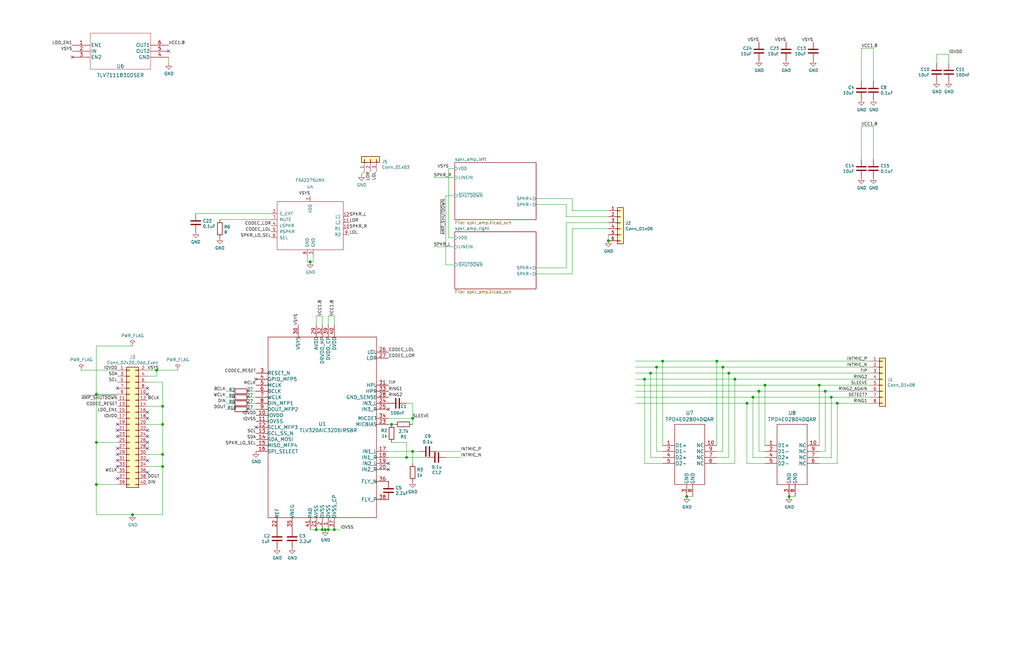
<source format=kicad_sch>
(kicad_sch (version 20210126) (generator eeschema)
  (paper "B")
  (lib_symbols
    (symbol "Connector_Generic:Conn_01x03" (pin_names (offset 1.016) hide)
      (property "Reference" "J" (at 0 5.08 0))
      (property "Value" "Conn_01x03" (at 0 -5.08 0))
      (symbol "Conn_01x03_1_1"
        (rectangle (start -1.27 -2.413) (end 0 -2.667) (stroke (width 0.1524)))
        (rectangle (start -1.27 0.127) (end 0 -0.127) (stroke (width 0.1524)))
        (rectangle (start -1.27 2.667) (end 0 2.413) (stroke (width 0.1524)))
        (rectangle (start -1.27 3.81) (end 1.27 -3.81) (stroke (width 0.254)) (fill (type background)))
        (pin passive line (at -5.08 2.54 0) (length 3.81) (name "Pin_1") (number "1"))
        (pin passive line (at -5.08 0 0) (length 3.81) (name "Pin_2") (number "2"))
        (pin passive line (at -5.08 -2.54 0) (length 3.81) (name "Pin_3") (number "3"))
      )
    )
    (symbol "Connector_Generic:Conn_01x06" (pin_names (offset 1.016) hide)
      (property "Reference" "J" (at 0 7.62 0))
      (property "Value" "Conn_01x06" (at 0 -10.16 0))
      (symbol "Conn_01x06_1_1"
        (rectangle (start -1.27 -7.493) (end 0 -7.747) (stroke (width 0.1524)))
        (rectangle (start -1.27 -4.953) (end 0 -5.207) (stroke (width 0.1524)))
        (rectangle (start -1.27 -2.413) (end 0 -2.667) (stroke (width 0.1524)))
        (rectangle (start -1.27 0.127) (end 0 -0.127) (stroke (width 0.1524)))
        (rectangle (start -1.27 2.667) (end 0 2.413) (stroke (width 0.1524)))
        (rectangle (start -1.27 5.207) (end 0 4.953) (stroke (width 0.1524)))
        (rectangle (start -1.27 6.35) (end 1.27 -8.89) (stroke (width 0.254)) (fill (type background)))
        (pin passive line (at -5.08 5.08 0) (length 3.81) (name "Pin_1") (number "1"))
        (pin passive line (at -5.08 2.54 0) (length 3.81) (name "Pin_2") (number "2"))
        (pin passive line (at -5.08 0 0) (length 3.81) (name "Pin_3") (number "3"))
        (pin passive line (at -5.08 -2.54 0) (length 3.81) (name "Pin_4") (number "4"))
        (pin passive line (at -5.08 -5.08 0) (length 3.81) (name "Pin_5") (number "5"))
        (pin passive line (at -5.08 -7.62 0) (length 3.81) (name "Pin_6") (number "6"))
      )
    )
    (symbol "Connector_Generic:Conn_01x08" (pin_names (offset 1.016) hide)
      (property "Reference" "J" (at 0 10.16 0))
      (property "Value" "Conn_01x08" (at 0 -12.7 0))
      (symbol "Conn_01x08_1_1"
        (rectangle (start -1.27 -10.033) (end 0 -10.287) (stroke (width 0.1524)))
        (rectangle (start -1.27 -7.493) (end 0 -7.747) (stroke (width 0.1524)))
        (rectangle (start -1.27 -4.953) (end 0 -5.207) (stroke (width 0.1524)))
        (rectangle (start -1.27 -2.413) (end 0 -2.667) (stroke (width 0.1524)))
        (rectangle (start -1.27 0.127) (end 0 -0.127) (stroke (width 0.1524)))
        (rectangle (start -1.27 2.667) (end 0 2.413) (stroke (width 0.1524)))
        (rectangle (start -1.27 5.207) (end 0 4.953) (stroke (width 0.1524)))
        (rectangle (start -1.27 7.747) (end 0 7.493) (stroke (width 0.1524)))
        (rectangle (start -1.27 8.89) (end 1.27 -11.43) (stroke (width 0.254)) (fill (type background)))
        (pin passive line (at -5.08 7.62 0) (length 3.81) (name "Pin_1") (number "1"))
        (pin passive line (at -5.08 5.08 0) (length 3.81) (name "Pin_2") (number "2"))
        (pin passive line (at -5.08 2.54 0) (length 3.81) (name "Pin_3") (number "3"))
        (pin passive line (at -5.08 0 0) (length 3.81) (name "Pin_4") (number "4"))
        (pin passive line (at -5.08 -2.54 0) (length 3.81) (name "Pin_5") (number "5"))
        (pin passive line (at -5.08 -5.08 0) (length 3.81) (name "Pin_6") (number "6"))
        (pin passive line (at -5.08 -7.62 0) (length 3.81) (name "Pin_7") (number "7"))
        (pin passive line (at -5.08 -10.16 0) (length 3.81) (name "Pin_8") (number "8"))
      )
    )
    (symbol "Connector_Generic:Conn_02x20_Odd_Even" (pin_names (offset 1.016) hide)
      (property "Reference" "J" (at 1.27 25.4 0))
      (property "Value" "Conn_02x20_Odd_Even" (at 1.27 -27.94 0))
      (symbol "Conn_02x20_Odd_Even_1_1"
        (rectangle (start -1.27 -25.273) (end 0 -25.527) (stroke (width 0.1524)))
        (rectangle (start -1.27 -22.733) (end 0 -22.987) (stroke (width 0.1524)))
        (rectangle (start -1.27 -20.193) (end 0 -20.447) (stroke (width 0.1524)))
        (rectangle (start -1.27 -17.653) (end 0 -17.907) (stroke (width 0.1524)))
        (rectangle (start -1.27 -15.113) (end 0 -15.367) (stroke (width 0.1524)))
        (rectangle (start -1.27 -12.573) (end 0 -12.827) (stroke (width 0.1524)))
        (rectangle (start -1.27 -10.033) (end 0 -10.287) (stroke (width 0.1524)))
        (rectangle (start -1.27 -7.493) (end 0 -7.747) (stroke (width 0.1524)))
        (rectangle (start -1.27 -4.953) (end 0 -5.207) (stroke (width 0.1524)))
        (rectangle (start -1.27 -2.413) (end 0 -2.667) (stroke (width 0.1524)))
        (rectangle (start -1.27 0.127) (end 0 -0.127) (stroke (width 0.1524)))
        (rectangle (start -1.27 2.667) (end 0 2.413) (stroke (width 0.1524)))
        (rectangle (start -1.27 5.207) (end 0 4.953) (stroke (width 0.1524)))
        (rectangle (start -1.27 7.747) (end 0 7.493) (stroke (width 0.1524)))
        (rectangle (start -1.27 10.287) (end 0 10.033) (stroke (width 0.1524)))
        (rectangle (start -1.27 12.827) (end 0 12.573) (stroke (width 0.1524)))
        (rectangle (start -1.27 15.367) (end 0 15.113) (stroke (width 0.1524)))
        (rectangle (start -1.27 17.907) (end 0 17.653) (stroke (width 0.1524)))
        (rectangle (start -1.27 20.447) (end 0 20.193) (stroke (width 0.1524)))
        (rectangle (start -1.27 22.987) (end 0 22.733) (stroke (width 0.1524)))
        (rectangle (start 3.81 -25.273) (end 2.54 -25.527) (stroke (width 0.1524)))
        (rectangle (start 3.81 -22.733) (end 2.54 -22.987) (stroke (width 0.1524)))
        (rectangle (start 3.81 -20.193) (end 2.54 -20.447) (stroke (width 0.1524)))
        (rectangle (start 3.81 -17.653) (end 2.54 -17.907) (stroke (width 0.1524)))
        (rectangle (start 3.81 -15.113) (end 2.54 -15.367) (stroke (width 0.1524)))
        (rectangle (start 3.81 -12.573) (end 2.54 -12.827) (stroke (width 0.1524)))
        (rectangle (start 3.81 -10.033) (end 2.54 -10.287) (stroke (width 0.1524)))
        (rectangle (start 3.81 -7.493) (end 2.54 -7.747) (stroke (width 0.1524)))
        (rectangle (start 3.81 -4.953) (end 2.54 -5.207) (stroke (width 0.1524)))
        (rectangle (start 3.81 -2.413) (end 2.54 -2.667) (stroke (width 0.1524)))
        (rectangle (start 3.81 0.127) (end 2.54 -0.127) (stroke (width 0.1524)))
        (rectangle (start 3.81 2.667) (end 2.54 2.413) (stroke (width 0.1524)))
        (rectangle (start 3.81 5.207) (end 2.54 4.953) (stroke (width 0.1524)))
        (rectangle (start 3.81 7.747) (end 2.54 7.493) (stroke (width 0.1524)))
        (rectangle (start 3.81 10.287) (end 2.54 10.033) (stroke (width 0.1524)))
        (rectangle (start 3.81 12.827) (end 2.54 12.573) (stroke (width 0.1524)))
        (rectangle (start 3.81 15.367) (end 2.54 15.113) (stroke (width 0.1524)))
        (rectangle (start 3.81 17.907) (end 2.54 17.653) (stroke (width 0.1524)))
        (rectangle (start 3.81 20.447) (end 2.54 20.193) (stroke (width 0.1524)))
        (rectangle (start 3.81 22.987) (end 2.54 22.733) (stroke (width 0.1524)))
        (rectangle (start -1.27 24.13) (end 3.81 -26.67) (stroke (width 0.254)) (fill (type background)))
        (pin passive line (at -5.08 22.86 0) (length 3.81) (name "Pin_1") (number "1"))
        (pin passive line (at 7.62 12.7 180) (length 3.81) (name "Pin_10") (number "10"))
        (pin passive line (at -5.08 10.16 0) (length 3.81) (name "Pin_11") (number "11"))
        (pin passive line (at 7.62 10.16 180) (length 3.81) (name "Pin_12") (number "12"))
        (pin passive line (at -5.08 7.62 0) (length 3.81) (name "Pin_13") (number "13"))
        (pin passive line (at 7.62 7.62 180) (length 3.81) (name "Pin_14") (number "14"))
        (pin passive line (at -5.08 5.08 0) (length 3.81) (name "Pin_15") (number "15"))
        (pin passive line (at 7.62 5.08 180) (length 3.81) (name "Pin_16") (number "16"))
        (pin passive line (at -5.08 2.54 0) (length 3.81) (name "Pin_17") (number "17"))
        (pin passive line (at 7.62 2.54 180) (length 3.81) (name "Pin_18") (number "18"))
        (pin passive line (at -5.08 0 0) (length 3.81) (name "Pin_19") (number "19"))
        (pin passive line (at 7.62 22.86 180) (length 3.81) (name "Pin_2") (number "2"))
        (pin passive line (at 7.62 0 180) (length 3.81) (name "Pin_20") (number "20"))
        (pin passive line (at -5.08 -2.54 0) (length 3.81) (name "Pin_21") (number "21"))
        (pin passive line (at 7.62 -2.54 180) (length 3.81) (name "Pin_22") (number "22"))
        (pin passive line (at -5.08 -5.08 0) (length 3.81) (name "Pin_23") (number "23"))
        (pin passive line (at 7.62 -5.08 180) (length 3.81) (name "Pin_24") (number "24"))
        (pin passive line (at -5.08 -7.62 0) (length 3.81) (name "Pin_25") (number "25"))
        (pin passive line (at 7.62 -7.62 180) (length 3.81) (name "Pin_26") (number "26"))
        (pin passive line (at -5.08 -10.16 0) (length 3.81) (name "Pin_27") (number "27"))
        (pin passive line (at 7.62 -10.16 180) (length 3.81) (name "Pin_28") (number "28"))
        (pin passive line (at -5.08 -12.7 0) (length 3.81) (name "Pin_29") (number "29"))
        (pin passive line (at -5.08 20.32 0) (length 3.81) (name "Pin_3") (number "3"))
        (pin passive line (at 7.62 -12.7 180) (length 3.81) (name "Pin_30") (number "30"))
        (pin passive line (at -5.08 -15.24 0) (length 3.81) (name "Pin_31") (number "31"))
        (pin passive line (at 7.62 -15.24 180) (length 3.81) (name "Pin_32") (number "32"))
        (pin passive line (at -5.08 -17.78 0) (length 3.81) (name "Pin_33") (number "33"))
        (pin passive line (at 7.62 -17.78 180) (length 3.81) (name "Pin_34") (number "34"))
        (pin passive line (at -5.08 -20.32 0) (length 3.81) (name "Pin_35") (number "35"))
        (pin passive line (at 7.62 -20.32 180) (length 3.81) (name "Pin_36") (number "36"))
        (pin passive line (at -5.08 -22.86 0) (length 3.81) (name "Pin_37") (number "37"))
        (pin passive line (at 7.62 -22.86 180) (length 3.81) (name "Pin_38") (number "38"))
        (pin passive line (at -5.08 -25.4 0) (length 3.81) (name "Pin_39") (number "39"))
        (pin passive line (at 7.62 20.32 180) (length 3.81) (name "Pin_4") (number "4"))
        (pin passive line (at 7.62 -25.4 180) (length 3.81) (name "Pin_40") (number "40"))
        (pin passive line (at -5.08 17.78 0) (length 3.81) (name "Pin_5") (number "5"))
        (pin passive line (at 7.62 17.78 180) (length 3.81) (name "Pin_6") (number "6"))
        (pin passive line (at -5.08 15.24 0) (length 3.81) (name "Pin_7") (number "7"))
        (pin passive line (at 7.62 15.24 180) (length 3.81) (name "Pin_8") (number "8"))
        (pin passive line (at -5.08 12.7 0) (length 3.81) (name "Pin_9") (number "9"))
      )
    )
    (symbol "Device:C" (pin_numbers hide) (pin_names (offset 0.254))
      (property "Reference" "C" (at 0.635 2.54 0))
      (property "Value" "C" (at 0.635 -2.54 0))
      (symbol "C_0_1"
        (polyline (pts (xy -2.032 -0.762) (xy 2.032 -0.762)) (stroke (width 0.508)))
        (polyline (pts (xy -2.032 0.762) (xy 2.032 0.762)) (stroke (width 0.508)))
      )
      (symbol "C_1_1"
        (pin passive line (at 0 3.81 270) (length 2.794) (name "~") (number "1"))
        (pin passive line (at 0 -3.81 90) (length 2.794) (name "~") (number "2"))
      )
    )
    (symbol "Device:R" (pin_numbers hide) (pin_names (offset 0))
      (property "Reference" "R" (at 2.032 0 90))
      (property "Value" "R" (at 0 0 90))
      (symbol "R_0_1"
        (rectangle (start -1.016 -2.54) (end 1.016 2.54) (stroke (width 0.254)))
      )
      (symbol "R_1_1"
        (pin passive line (at 0 3.81 270) (length 1.27) (name "~") (number "1"))
        (pin passive line (at 0 -3.81 90) (length 1.27) (name "~") (number "2"))
      )
    )
    (symbol "FSA2275UMX:FSA2275UMX" (pin_names (offset 1.016))
      (property "Reference" "U" (at 0 1.27 0))
      (property "Value" "FSA2275UMX" (at 0 -1.27 0))
      (symbol "FSA2275UMX_0_1"
        (rectangle (start -13.97 10.16) (end 13.97 -10.16))
      )
      (symbol "FSA2275UMX_1_1"
        (pin power_in line (at 0 12.7 270) (length 2.54) (name "VDD") (number "1"))
        (pin bidirectional line (at 16.51 -1.27 180) (length 2.54) (name "R1") (number "10"))
        (pin bidirectional line (at 16.51 1.27 180) (length 2.54) (name "L2") (number "11"))
        (pin bidirectional line (at 16.51 3.81 180) (length 2.54) (name "L1") (number "12"))
        (pin passive line (at -16.51 5.08 0) (length 2.54) (name "C_EXT") (number "2"))
        (pin power_in line (at 1.27 -12.7 90) (length 2.54) (name "GND") (number "3"))
        (pin bidirectional line (at -16.51 0 0) (length 2.54) (name "LSPKR") (number "4"))
        (pin bidirectional line (at -16.51 -2.54 0) (length 2.54) (name "RSPKR") (number "5"))
        (pin input line (at -16.51 -5.08 0) (length 2.54) (name "SEL") (number "6"))
        (pin input line (at -16.51 2.54 0) (length 2.54) (name "MUTE") (number "7"))
        (pin power_in line (at -1.27 -12.7 90) (length 2.54) (name "GND") (number "8"))
        (pin bidirectional line (at 16.51 -3.81 180) (length 2.54) (name "R2") (number "9"))
      )
    )
    (symbol "TLV320AIC3206IRSBR:TLV320AIC3206IRSBR" (pin_names (offset -0.254))
      (property "Reference" "U" (at 1.27 0 0))
      (property "Value" "TLV320AIC3206IRSBR" (at 1.27 -2.54 0))
      (symbol "TLV320AIC3206IRSBR_1_1"
        (polyline (pts (xy -22.86 -38.1) (xy 22.86 -38.1)) (stroke (width 0.2032)))
        (polyline (pts (xy -22.86 38.1) (xy -22.86 -38.1)) (stroke (width 0.2032)))
        (polyline (pts (xy 22.86 -38.1) (xy 22.86 38.1)) (stroke (width 0.2032)))
        (polyline (pts (xy 22.86 38.1) (xy -22.86 38.1)) (stroke (width 0.2032)))
        (pin power_in line (at 2.54 -43.18 90) (length 5.08) (name "DVSS") (number "1"))
        (pin power_in line (at -27.94 5.08 0) (length 5.08) (name "IOVDD") (number "10"))
        (pin power_in line (at -27.94 2.54 0) (length 5.08) (name "IOVSS") (number "11"))
        (pin input line (at -27.94 0 0) (length 5.08) (name "SCLK_MFP3") (number "12"))
        (pin input line (at -27.94 -2.54 0) (length 5.08) (name "SCL_SS_N") (number "13"))
        (pin bidirectional line (at -27.94 -5.08 0) (length 5.08) (name "SDA_MOSI") (number "14"))
        (pin output line (at -27.94 -7.62 0) (length 5.08) (name "MISO_MFP4") (number "15"))
        (pin input line (at -27.94 -10.16 0) (length 5.08) (name "SPI_SELECT") (number "16"))
        (pin input line (at 27.94 -10.16 180) (length 5.08) (name "IN1_L") (number "17"))
        (pin input line (at 27.94 -12.7 180) (length 5.08) (name "IN1_R") (number "18"))
        (pin input line (at 27.94 -15.24 180) (length 5.08) (name "IN2_L") (number "19"))
        (pin power_in line (at 0 -43.18 90) (length 5.08) (name "DVSS") (number "2"))
        (pin input line (at 27.94 -17.78 180) (length 5.08) (name "IN2_R") (number "20"))
        (pin power_in line (at -2.54 -43.18 90) (length 5.08) (name "AVSS") (number "21"))
        (pin output line (at -19.05 -43.18 90) (length 5.08) (name "REF") (number "22"))
        (pin output line (at 27.94 1.27 180) (length 5.08) (name "MICBIAS") (number "23"))
        (pin input line (at 27.94 10.16 180) (length 5.08) (name "IN3_L") (number "24"))
        (pin input line (at 27.94 7.62 180) (length 5.08) (name "IN3_R") (number "25"))
        (pin output line (at 27.94 31.75 180) (length 5.08) (name "LOL") (number "26"))
        (pin output line (at 27.94 29.21 180) (length 5.08) (name "LOR") (number "27"))
        (pin input line (at 27.94 12.7 180) (length 5.08) (name "GND_SENSE") (number "28"))
        (pin power_in line (at -2.54 43.18 270) (length 5.08) (name "AVDD") (number "29"))
        (pin input line (at -27.94 22.86 0) (length 5.08) (name "RESET_N") (number "3"))
        (pin power_in line (at -10.16 43.18 270) (length 5.08) (name "VSYS") (number "30"))
        (pin output line (at 27.94 17.78 180) (length 5.08) (name "HPL") (number "31"))
        (pin power_in line (at 0 43.18 270) (length 5.08) (name "DRVDD_HP") (number "32"))
        (pin output line (at 27.94 15.24 180) (length 5.08) (name "HPR") (number "33"))
        (pin input line (at 27.94 3.81 180) (length 5.08) (name "MICDET") (number "34"))
        (pin power_out line (at -12.7 -43.18 90) (length 5.08) (name "VNEG") (number "35"))
        (pin passive line (at 27.94 -22.86 180) (length 5.08) (name "FLY_N") (number "36"))
        (pin power_in line (at 5.08 -43.18 90) (length 5.08) (name "DVSS_CP") (number "37"))
        (pin passive line (at 27.94 -30.48 180) (length 5.08) (name "FLY_P") (number "38"))
        (pin power_in line (at 2.54 43.18 270) (length 5.08) (name "DVDD_CP") (number "39"))
        (pin bidirectional line (at -27.94 20.32 0) (length 5.08) (name "GPIO_MFP5") (number "4"))
        (pin power_in line (at 5.08 43.18 270) (length 5.08) (name "DVDD") (number "40"))
        (pin passive line (at -5.08 -43.18 90) (length 5.08) (name "PAD") (number "41"))
        (pin input line (at -27.94 17.78 0) (length 5.08) (name "MCLK") (number "5"))
        (pin bidirectional line (at -27.94 15.24 0) (length 5.08) (name "BCLK") (number "6"))
        (pin bidirectional line (at -27.94 12.7 0) (length 5.08) (name "WCLK") (number "7"))
        (pin input line (at -27.94 10.16 0) (length 5.08) (name "DIN_MFP1") (number "8"))
        (pin output line (at -27.94 7.62 0) (length 5.08) (name "DOUT_MFP2") (number "9"))
      )
    )
    (symbol "TLV7111830DSER:TLV7111830DSER" (pin_names (offset 0.254))
      (property "Reference" "U" (at 20.32 10.16 0))
      (property "Value" "TLV7111830DSER" (at 20.32 7.62 0))
      (symbol "TLV7111830DSER_1_1"
        (polyline (pts (xy 7.62 -10.16) (xy 33.02 -10.16)) (stroke (width 0.127)))
        (polyline (pts (xy 7.62 5.08) (xy 7.62 -10.16)) (stroke (width 0.127)))
        (polyline (pts (xy 33.02 -10.16) (xy 33.02 5.08)) (stroke (width 0.127)))
        (polyline (pts (xy 33.02 5.08) (xy 7.62 5.08)) (stroke (width 0.127)))
        (pin input line (at 0 0 0) (length 7.62) (name "EN1") (number "1"))
        (pin power_in line (at 0 -2.54 0) (length 7.62) (name "IN") (number "2"))
        (pin input line (at 0 -5.08 0) (length 7.62) (name "EN2") (number "3"))
        (pin power_in line (at 40.64 -5.08 180) (length 7.62) (name "GND") (number "4"))
        (pin power_out line (at 40.64 -2.54 180) (length 7.62) (name "OUT2") (number "5"))
        (pin power_out line (at 40.64 0 180) (length 7.62) (name "OUT1") (number "6"))
      )
    )
    (symbol "TPD4E02B04DQAR:TPD4E02B04DQAR" (pin_names (offset 0.254))
      (property "Reference" "U" (at 0 7.62 0))
      (property "Value" "TPD4E02B04DQAR" (at 0 13.97 0))
      (symbol "TPD4E02B04DQAR_1_1"
        (polyline (pts (xy -6.35 -12.7) (xy 6.35 -12.7)) (stroke (width 0.2032)))
        (polyline (pts (xy -6.35 12.7) (xy -6.35 -12.7)) (stroke (width 0.2032)))
        (polyline (pts (xy 6.35 -12.7) (xy 6.35 12.7)) (stroke (width 0.2032)))
        (polyline (pts (xy 6.35 12.7) (xy -6.35 12.7)) (stroke (width 0.2032)))
        (pin bidirectional line (at -11.43 3.81 0) (length 5.08) (name "D1+") (number "1"))
        (pin passive line (at 11.43 3.81 180) (length 5.08) (name "NC") (number "10"))
        (pin bidirectional line (at -11.43 1.27 0) (length 5.08) (name "D1-") (number "2"))
        (pin power_in line (at -1.27 -17.78 90) (length 5.08) (name "GND") (number "3"))
        (pin bidirectional line (at -11.43 -1.27 0) (length 5.08) (name "D2+") (number "4"))
        (pin bidirectional line (at -11.43 -3.81 0) (length 5.08) (name "D2-") (number "5"))
        (pin passive line (at 11.43 -3.81 180) (length 5.08) (name "NC") (number "6"))
        (pin passive line (at 11.43 -1.27 180) (length 5.08) (name "NC") (number "7"))
        (pin power_in line (at 1.27 -17.78 90) (length 5.08) (name "GND") (number "8"))
        (pin passive line (at 11.43 1.27 180) (length 5.08) (name "NC") (number "9"))
      )
    )
    (symbol "power:GND" (power) (pin_names (offset 0))
      (property "Value" "GND" (at 0 -3.81 0))
      (symbol "GND_0_1"
        (polyline (pts (xy 0 0) (xy 0 -1.27) (xy 1.27 -1.27) (xy 0 -2.54) (xy -1.27 -1.27) (xy 0 -1.27)))
      )
      (symbol "GND_1_1"
        (pin power_in line (at 0 0 270) (length 0) hide (name "GND") (number "1"))
      )
    )
    (symbol "power:PWR_FLAG" (power) (pin_numbers hide) (pin_names (offset 0) hide)
      (property "Value" "PWR_FLAG" (at 0 3.81 0))
      (symbol "PWR_FLAG_0_0"
        (pin power_out line (at 0 0 90) (length 0) (name "pwr") (number "1"))
      )
      (symbol "PWR_FLAG_0_1"
        (polyline (pts (xy 0 0) (xy 0 1.27) (xy -1.016 1.905) (xy 0 2.54) (xy 1.016 1.905) (xy 0 1.27)))
      )
    )
  )
  (junction (at 40.64 166.37) (diameter 1.016))
  (junction (at 40.64 186.69) (diameter 1.016))
  (junction (at 40.64 204.47) (diameter 1.016))
  (junction (at 55.88 217.17) (diameter 1.016))
  (junction (at 66.04 156.21) (diameter 1.016))
  (junction (at 68.58 171.45) (diameter 1.016))
  (junction (at 68.58 179.07) (diameter 1.016))
  (junction (at 68.58 191.77) (diameter 1.016))
  (junction (at 68.58 196.85) (diameter 1.016))
  (junction (at 130.81 110.49) (diameter 1.016))
  (junction (at 133.35 223.52) (diameter 1.016))
  (junction (at 135.89 223.52) (diameter 1.016))
  (junction (at 137.16 223.52) (diameter 1.016))
  (junction (at 138.43 223.52) (diameter 1.016))
  (junction (at 140.97 223.52) (diameter 1.016))
  (junction (at 165.1 179.07) (diameter 1.016))
  (junction (at 171.45 193.04) (diameter 1.016))
  (junction (at 173.99 176.53) (diameter 1.016))
  (junction (at 173.99 190.5) (diameter 1.016))
  (junction (at 256.54 101.6) (diameter 1.016))
  (junction (at 271.78 160.02) (diameter 1.016))
  (junction (at 274.32 157.48) (diameter 1.016))
  (junction (at 276.86 154.94) (diameter 1.016))
  (junction (at 279.4 152.4) (diameter 1.016))
  (junction (at 289.56 209.55) (diameter 1.016))
  (junction (at 302.26 152.4) (diameter 1.016))
  (junction (at 304.8 154.94) (diameter 1.016))
  (junction (at 307.34 157.48) (diameter 1.016))
  (junction (at 309.88 160.02) (diameter 1.016))
  (junction (at 314.96 170.18) (diameter 1.016))
  (junction (at 317.5 167.64) (diameter 1.016))
  (junction (at 320.04 165.1) (diameter 1.016))
  (junction (at 322.58 162.56) (diameter 1.016))
  (junction (at 332.74 209.55) (diameter 1.016))
  (junction (at 345.44 162.56) (diameter 1.016))
  (junction (at 347.98 165.1) (diameter 1.016))
  (junction (at 350.52 167.64) (diameter 1.016))
  (junction (at 353.06 170.18) (diameter 1.016))
  (no_connect (at 30.48 24.13))
  (no_connect (at 49.53 163.83))
  (no_connect (at 49.53 179.07))
  (no_connect (at 49.53 181.61))
  (no_connect (at 49.53 184.15))
  (no_connect (at 49.53 189.23))
  (no_connect (at 49.53 191.77))
  (no_connect (at 49.53 194.31))
  (no_connect (at 49.53 196.85))
  (no_connect (at 49.53 201.93))
  (no_connect (at 62.23 163.83))
  (no_connect (at 62.23 166.37))
  (no_connect (at 62.23 173.99))
  (no_connect (at 62.23 176.53))
  (no_connect (at 62.23 181.61))
  (no_connect (at 62.23 184.15))
  (no_connect (at 62.23 186.69))
  (no_connect (at 62.23 189.23))
  (no_connect (at 62.23 194.31))
  (no_connect (at 62.23 199.39))
  (no_connect (at 71.12 21.59))
  (no_connect (at 107.95 160.02))
  (no_connect (at 107.95 180.34))
  (no_connect (at 163.83 172.72))
  (no_connect (at 163.83 195.58))
  (no_connect (at 163.83 198.12))
  (wire (pts (xy 34.29 156.21) (xy 49.53 156.21)))
  (wire (pts (xy 40.64 146.05) (xy 55.88 146.05)))
  (wire (pts (xy 40.64 166.37) (xy 40.64 146.05)))
  (wire (pts (xy 40.64 166.37) (xy 49.53 166.37)))
  (wire (pts (xy 40.64 186.69) (xy 40.64 166.37)))
  (wire (pts (xy 40.64 186.69) (xy 49.53 186.69)))
  (wire (pts (xy 40.64 204.47) (xy 40.64 186.69)))
  (wire (pts (xy 40.64 204.47) (xy 49.53 204.47)))
  (wire (pts (xy 40.64 217.17) (xy 40.64 204.47)))
  (wire (pts (xy 55.88 217.17) (xy 40.64 217.17)))
  (wire (pts (xy 62.23 156.21) (xy 66.04 156.21)))
  (wire (pts (xy 62.23 158.75) (xy 66.04 158.75)))
  (wire (pts (xy 62.23 161.29) (xy 68.58 161.29)))
  (wire (pts (xy 62.23 171.45) (xy 68.58 171.45)))
  (wire (pts (xy 62.23 179.07) (xy 68.58 179.07)))
  (wire (pts (xy 62.23 191.77) (xy 68.58 191.77)))
  (wire (pts (xy 62.23 196.85) (xy 68.58 196.85)))
  (wire (pts (xy 66.04 156.21) (xy 74.93 156.21)))
  (wire (pts (xy 66.04 158.75) (xy 66.04 156.21)))
  (wire (pts (xy 68.58 161.29) (xy 68.58 171.45)))
  (wire (pts (xy 68.58 171.45) (xy 68.58 179.07)))
  (wire (pts (xy 68.58 179.07) (xy 68.58 191.77)))
  (wire (pts (xy 68.58 191.77) (xy 68.58 196.85)))
  (wire (pts (xy 68.58 196.85) (xy 68.58 217.17)))
  (wire (pts (xy 68.58 217.17) (xy 55.88 217.17)))
  (wire (pts (xy 71.12 24.13) (xy 71.12 26.67)))
  (wire (pts (xy 82.55 90.17) (xy 114.3 90.17)))
  (wire (pts (xy 92.71 92.71) (xy 114.3 92.71)))
  (wire (pts (xy 95.25 165.1) (xy 97.79 165.1)))
  (wire (pts (xy 95.25 167.64) (xy 97.79 167.64)))
  (wire (pts (xy 95.25 170.18) (xy 97.79 170.18)))
  (wire (pts (xy 95.25 172.72) (xy 97.79 172.72)))
  (wire (pts (xy 105.41 165.1) (xy 107.95 165.1)))
  (wire (pts (xy 105.41 167.64) (xy 107.95 167.64)))
  (wire (pts (xy 105.41 170.18) (xy 107.95 170.18)))
  (wire (pts (xy 105.41 172.72) (xy 107.95 172.72)))
  (wire (pts (xy 129.54 107.95) (xy 129.54 110.49)))
  (wire (pts (xy 129.54 110.49) (xy 130.81 110.49)))
  (wire (pts (xy 130.81 223.52) (xy 133.35 223.52)))
  (wire (pts (xy 132.08 107.95) (xy 132.08 110.49)))
  (wire (pts (xy 132.08 110.49) (xy 130.81 110.49)))
  (wire (pts (xy 133.35 133.35) (xy 133.35 137.16)))
  (wire (pts (xy 133.35 133.35) (xy 135.89 133.35)))
  (wire (pts (xy 133.35 223.52) (xy 135.89 223.52)))
  (wire (pts (xy 135.89 137.16) (xy 135.89 133.35)))
  (wire (pts (xy 135.89 223.52) (xy 137.16 223.52)))
  (wire (pts (xy 137.16 223.52) (xy 138.43 223.52)))
  (wire (pts (xy 138.43 133.35) (xy 138.43 137.16)))
  (wire (pts (xy 138.43 223.52) (xy 140.97 223.52)))
  (wire (pts (xy 140.97 133.35) (xy 138.43 133.35)))
  (wire (pts (xy 140.97 137.16) (xy 140.97 133.35)))
  (wire (pts (xy 140.97 223.52) (xy 143.51 223.52)))
  (wire (pts (xy 152.4 73.66) (xy 153.67 72.39)))
  (wire (pts (xy 163.83 176.53) (xy 173.99 176.53)))
  (wire (pts (xy 163.83 190.5) (xy 173.99 190.5)))
  (wire (pts (xy 165.1 179.07) (xy 163.83 179.07)))
  (wire (pts (xy 165.1 186.69) (xy 171.45 186.69)))
  (wire (pts (xy 166.37 179.07) (xy 165.1 179.07)))
  (wire (pts (xy 171.45 186.69) (xy 171.45 193.04)))
  (wire (pts (xy 171.45 193.04) (xy 163.83 193.04)))
  (wire (pts (xy 171.45 193.04) (xy 180.34 193.04)))
  (wire (pts (xy 173.99 170.18) (xy 171.45 170.18)))
  (wire (pts (xy 173.99 176.53) (xy 173.99 170.18)))
  (wire (pts (xy 173.99 179.07) (xy 173.99 176.53)))
  (wire (pts (xy 173.99 190.5) (xy 173.99 195.58)))
  (wire (pts (xy 173.99 190.5) (xy 176.53 190.5)))
  (wire (pts (xy 182.88 74.93) (xy 191.77 74.93)))
  (wire (pts (xy 182.88 104.14) (xy 191.77 104.14)))
  (wire (pts (xy 184.15 190.5) (xy 194.31 190.5)))
  (wire (pts (xy 187.96 82.55) (xy 191.77 82.55)))
  (wire (pts (xy 187.96 111.76) (xy 187.96 82.55)))
  (wire (pts (xy 187.96 193.04) (xy 194.31 193.04)))
  (wire (pts (xy 189.23 71.12) (xy 191.77 71.12)))
  (wire (pts (xy 189.23 100.33) (xy 189.23 71.12)))
  (wire (pts (xy 191.77 100.33) (xy 189.23 100.33)))
  (wire (pts (xy 191.77 111.76) (xy 187.96 111.76)))
  (wire (pts (xy 226.06 113.03) (xy 238.76 113.03)))
  (wire (pts (xy 238.76 86.36) (xy 226.06 86.36)))
  (wire (pts (xy 238.76 91.44) (xy 238.76 86.36)))
  (wire (pts (xy 238.76 93.98) (xy 256.54 93.98)))
  (wire (pts (xy 238.76 113.03) (xy 238.76 93.98)))
  (wire (pts (xy 241.3 83.82) (xy 226.06 83.82)))
  (wire (pts (xy 241.3 88.9) (xy 241.3 83.82)))
  (wire (pts (xy 241.3 96.52) (xy 241.3 115.57)))
  (wire (pts (xy 241.3 115.57) (xy 226.06 115.57)))
  (wire (pts (xy 256.54 88.9) (xy 241.3 88.9)))
  (wire (pts (xy 256.54 91.44) (xy 238.76 91.44)))
  (wire (pts (xy 256.54 96.52) (xy 241.3 96.52)))
  (wire (pts (xy 256.54 101.6) (xy 256.54 99.06)))
  (wire (pts (xy 267.97 152.4) (xy 279.4 152.4)))
  (wire (pts (xy 267.97 154.94) (xy 276.86 154.94)))
  (wire (pts (xy 267.97 157.48) (xy 274.32 157.48)))
  (wire (pts (xy 267.97 160.02) (xy 271.78 160.02)))
  (wire (pts (xy 267.97 162.56) (xy 322.58 162.56)))
  (wire (pts (xy 267.97 165.1) (xy 320.04 165.1)))
  (wire (pts (xy 267.97 167.64) (xy 317.5 167.64)))
  (wire (pts (xy 267.97 170.18) (xy 314.96 170.18)))
  (wire (pts (xy 271.78 160.02) (xy 271.78 195.58)))
  (wire (pts (xy 271.78 160.02) (xy 309.88 160.02)))
  (wire (pts (xy 271.78 195.58) (xy 279.4 195.58)))
  (wire (pts (xy 274.32 157.48) (xy 307.34 157.48)))
  (wire (pts (xy 274.32 193.04) (xy 274.32 157.48)))
  (wire (pts (xy 276.86 154.94) (xy 304.8 154.94)))
  (wire (pts (xy 276.86 190.5) (xy 276.86 154.94)))
  (wire (pts (xy 279.4 152.4) (xy 302.26 152.4)))
  (wire (pts (xy 279.4 187.96) (xy 279.4 152.4)))
  (wire (pts (xy 279.4 190.5) (xy 276.86 190.5)))
  (wire (pts (xy 279.4 193.04) (xy 274.32 193.04)))
  (wire (pts (xy 289.56 209.55) (xy 292.1 209.55)))
  (wire (pts (xy 302.26 152.4) (xy 367.03 152.4)))
  (wire (pts (xy 302.26 187.96) (xy 302.26 152.4)))
  (wire (pts (xy 302.26 190.5) (xy 304.8 190.5)))
  (wire (pts (xy 302.26 193.04) (xy 307.34 193.04)))
  (wire (pts (xy 304.8 154.94) (xy 367.03 154.94)))
  (wire (pts (xy 304.8 190.5) (xy 304.8 154.94)))
  (wire (pts (xy 307.34 157.48) (xy 367.03 157.48)))
  (wire (pts (xy 307.34 193.04) (xy 307.34 157.48)))
  (wire (pts (xy 309.88 160.02) (xy 309.88 195.58)))
  (wire (pts (xy 309.88 160.02) (xy 367.03 160.02)))
  (wire (pts (xy 309.88 195.58) (xy 302.26 195.58)))
  (wire (pts (xy 314.96 170.18) (xy 353.06 170.18)))
  (wire (pts (xy 314.96 195.58) (xy 314.96 170.18)))
  (wire (pts (xy 317.5 167.64) (xy 350.52 167.64)))
  (wire (pts (xy 317.5 193.04) (xy 317.5 167.64)))
  (wire (pts (xy 320.04 165.1) (xy 347.98 165.1)))
  (wire (pts (xy 320.04 190.5) (xy 320.04 165.1)))
  (wire (pts (xy 322.58 162.56) (xy 345.44 162.56)))
  (wire (pts (xy 322.58 187.96) (xy 322.58 162.56)))
  (wire (pts (xy 322.58 190.5) (xy 320.04 190.5)))
  (wire (pts (xy 322.58 193.04) (xy 317.5 193.04)))
  (wire (pts (xy 322.58 195.58) (xy 314.96 195.58)))
  (wire (pts (xy 332.74 209.55) (xy 335.28 209.55)))
  (wire (pts (xy 345.44 162.56) (xy 367.03 162.56)))
  (wire (pts (xy 345.44 187.96) (xy 345.44 162.56)))
  (wire (pts (xy 345.44 193.04) (xy 350.52 193.04)))
  (wire (pts (xy 347.98 165.1) (xy 347.98 190.5)))
  (wire (pts (xy 347.98 165.1) (xy 367.03 165.1)))
  (wire (pts (xy 347.98 190.5) (xy 345.44 190.5)))
  (wire (pts (xy 350.52 167.64) (xy 367.03 167.64)))
  (wire (pts (xy 350.52 193.04) (xy 350.52 167.64)))
  (wire (pts (xy 353.06 170.18) (xy 353.06 195.58)))
  (wire (pts (xy 353.06 170.18) (xy 367.03 170.18)))
  (wire (pts (xy 353.06 195.58) (xy 345.44 195.58)))
  (wire (pts (xy 363.22 20.32) (xy 368.3 20.32)))
  (wire (pts (xy 363.22 34.29) (xy 363.22 20.32)))
  (wire (pts (xy 363.22 53.34) (xy 368.3 53.34)))
  (wire (pts (xy 363.22 67.31) (xy 363.22 53.34)))
  (wire (pts (xy 368.3 34.29) (xy 368.3 20.32)))
  (wire (pts (xy 368.3 67.31) (xy 368.3 53.34)))
  (wire (pts (xy 394.97 22.86) (xy 394.97 26.67)))
  (wire (pts (xy 400.05 22.86) (xy 394.97 22.86)))
  (wire (pts (xy 400.05 26.67) (xy 400.05 22.86)))
  (label "LDO_EN1" (at 30.48 19.05 180))
  (label "VSYS" (at 30.48 21.59 180))
  (label "IOVDD" (at 49.53 156.21 180))
  (label "SDA" (at 49.53 158.75 180))
  (label "SCL" (at 49.53 161.29 180))
  (label "~AMP_SHUTDOWN" (at 49.53 168.91 180))
  (label "CODEC_RESET" (at 49.53 171.45 180))
  (label "LDO_EN1" (at 49.53 173.99 180))
  (label "IOVDD" (at 49.53 176.53 180))
  (label "WCLK" (at 49.53 199.39 180))
  (label "VSYS" (at 62.23 156.21 0))
  (label "BCLK" (at 62.23 168.91 0))
  (label "DOUT" (at 62.23 201.93 0))
  (label "DIN" (at 62.23 204.47 0))
  (label "VCC1.8" (at 71.12 19.05 0))
  (label "BCLK" (at 95.25 165.1 180))
  (label "WCLK" (at 95.25 167.64 180))
  (label "DIN" (at 95.25 170.18 180))
  (label "DOUT" (at 95.25 172.72 180))
  (label "CODEC_RESET" (at 107.95 157.48 180))
  (label "MCLK" (at 107.95 162.56 180))
  (label "IOVDD" (at 107.95 175.26 180))
  (label "IOVSS" (at 107.95 177.8 180))
  (label "SCL" (at 107.95 182.88 180))
  (label "SDA" (at 107.95 185.42 180))
  (label "SPKR_LO_SEL" (at 107.95 187.96 180))
  (label "CODEC_LOR" (at 114.3 95.25 180))
  (label "CODEC_LOL" (at 114.3 97.79 180))
  (label "SPKR_LO_SEL" (at 114.3 100.33 180))
  (label "VSYS" (at 125.73 137.16 90))
  (label "VSYS" (at 130.81 82.55 180))
  (label "VCC1.8" (at 135.89 133.35 90))
  (label "VCC1.8" (at 140.97 133.35 90))
  (label "IOVSS" (at 143.51 223.52 0))
  (label "SPKR_L" (at 147.32 91.44 0))
  (label "LOR" (at 147.32 93.98 0))
  (label "SPKR_R" (at 147.32 96.52 0))
  (label "LOL" (at 147.32 99.06 0))
  (label "LOR" (at 156.21 72.39 270))
  (label "LOL" (at 158.75 72.39 270))
  (label "CODEC_LOL" (at 163.83 148.59 0))
  (label "CODEC_LOR" (at 163.83 151.13 0))
  (label "TIP" (at 163.83 162.56 0))
  (label "RING1" (at 163.83 165.1 0))
  (label "RING2" (at 163.83 167.64 0))
  (label "SLEEVE" (at 173.99 176.53 0))
  (label "SPKR_R" (at 182.88 74.93 0))
  (label "SPKR_L" (at 182.88 104.14 0))
  (label "~AMP_SHUTDOWN" (at 187.96 99.06 90))
  (label "VSYS" (at 189.23 71.12 180))
  (label "INTMIC_P" (at 194.31 190.5 0))
  (label "INTMIC_N" (at 194.31 193.04 0))
  (label "VSYS" (at 320.04 17.78 180))
  (label "VSYS" (at 331.47 17.78 180))
  (label "VSYS" (at 342.9 17.78 180))
  (label "VCC1.8" (at 363.22 20.32 0))
  (label "VCC1.8" (at 363.22 53.34 0))
  (label "INTMIC_P" (at 365.76 152.4 180))
  (label "INTMIC_N" (at 365.76 154.94 180))
  (label "TIP" (at 365.76 157.48 180))
  (label "RING2" (at 365.76 160.02 180))
  (label "SLEEVE" (at 365.76 162.56 180))
  (label "RING2_AGAIN" (at 365.76 165.1 180))
  (label "DETECT?" (at 365.76 167.64 180))
  (label "RING1" (at 365.76 170.18 180))
  (label "IOVDD" (at 400.05 22.86 0))
  (symbol (lib_id "power:PWR_FLAG") (at 34.29 156.21 0) (unit 1)
    (property "Reference" "#FLG0103" (effects hide))
    (property "Value" "PWR_FLAG" (at 34.29 151.8158 0))
  )
  (symbol (lib_id "power:PWR_FLAG") (at 55.88 146.05 0) (unit 1)
    (property "Reference" "#FLG0101" (effects hide))
    (property "Value" "PWR_FLAG" (at 55.88 141.6558 0))
  )
  (symbol (lib_id "power:PWR_FLAG") (at 74.93 156.21 0) (unit 1)
    (property "Reference" "#FLG0102" (effects hide))
    (property "Value" "PWR_FLAG" (at 74.93 151.8158 0))
  )
  (symbol (lib_id "power:GND") (at 55.88 217.17 0) (unit 1)
    (property "Reference" "#PWR01" (effects hide))
    (property "Value" "GND" (at 55.9943 221.4944 0))
  )
  (symbol (lib_id "power:GND") (at 71.12 26.67 0) (unit 1)
    (property "Reference" "#PWR0111" (effects hide))
    (property "Value" "GND" (at 71.247 31.0642 0))
  )
  (symbol (lib_id "power:GND") (at 82.55 97.79 0) (unit 1)
    (property "Reference" "#PWR0104" (effects hide))
    (property "Value" "GND" (at 82.55 102.1144 0))
  )
  (symbol (lib_id "power:GND") (at 92.71 100.33 0) (unit 1)
    (property "Reference" "#PWR0103" (effects hide))
    (property "Value" "GND" (at 92.71 104.6544 0))
  )
  (symbol (lib_id "power:GND") (at 107.95 190.5 0) (unit 1)
    (property "Reference" "#PWR04" (effects hide))
    (property "Value" "GND" (at 108.0643 194.8244 0))
  )
  (symbol (lib_id "power:GND") (at 116.84 231.14 0) (unit 1)
    (property "Reference" "#PWR011" (effects hide))
    (property "Value" "GND" (at 116.9543 235.4644 0))
  )
  (symbol (lib_id "power:GND") (at 123.19 231.14 0) (unit 1)
    (property "Reference" "#PWR012" (effects hide))
    (property "Value" "GND" (at 123.3043 235.4644 0))
  )
  (symbol (lib_id "power:GND") (at 130.81 110.49 0) (unit 1)
    (property "Reference" "#PWR0101" (effects hide))
    (property "Value" "GND" (at 130.937 114.8842 0))
  )
  (symbol (lib_id "power:GND") (at 137.16 223.52 0) (unit 1)
    (property "Reference" "#PWR013" (effects hide))
    (property "Value" "GND" (at 137.2743 227.8444 0))
  )
  (symbol (lib_id "power:GND") (at 152.4 73.66 0) (unit 1)
    (property "Reference" "#PWR03" (effects hide))
    (property "Value" "GND" (at 152.527 78.0542 0))
  )
  (symbol (lib_id "power:GND") (at 173.99 203.2 0) (unit 1)
    (property "Reference" "#PWR014" (effects hide))
    (property "Value" "GND" (at 174.1043 207.5244 0))
  )
  (symbol (lib_id "power:GND") (at 256.54 101.6 0) (unit 1)
    (property "Reference" "#PWR02" (effects hide))
    (property "Value" "GND" (at 256.667 105.9942 0))
  )
  (symbol (lib_id "power:GND") (at 289.56 209.55 0) (unit 1)
    (property "Reference" "#PWR0109" (effects hide))
    (property "Value" "GND" (at 289.687 213.9442 0))
  )
  (symbol (lib_id "power:GND") (at 320.04 25.4 0) (unit 1)
    (property "Reference" "#PWR021" (effects hide))
    (property "Value" "GND" (at 320.1543 29.7244 0))
  )
  (symbol (lib_id "power:GND") (at 331.47 25.4 0) (unit 1)
    (property "Reference" "#PWR020" (effects hide))
    (property "Value" "GND" (at 331.5843 29.7244 0))
  )
  (symbol (lib_id "power:GND") (at 332.74 209.55 0) (unit 1)
    (property "Reference" "#PWR0106" (effects hide))
    (property "Value" "GND" (at 332.867 213.9442 0))
  )
  (symbol (lib_id "power:GND") (at 342.9 25.4 0) (unit 1)
    (property "Reference" "#PWR015" (effects hide))
    (property "Value" "GND" (at 343.0143 29.7244 0))
  )
  (symbol (lib_id "power:GND") (at 363.22 41.91 0) (unit 1)
    (property "Reference" "#PWR0102" (effects hide))
    (property "Value" "GND" (at 363.347 46.3042 0))
  )
  (symbol (lib_id "power:GND") (at 363.22 74.93 0) (unit 1)
    (property "Reference" "#PWR016" (effects hide))
    (property "Value" "GND" (at 363.347 79.3242 0))
  )
  (symbol (lib_id "power:GND") (at 368.3 41.91 0) (unit 1)
    (property "Reference" "#PWR0113" (effects hide))
    (property "Value" "GND" (at 368.427 46.3042 0))
  )
  (symbol (lib_id "power:GND") (at 368.3 74.93 0) (unit 1)
    (property "Reference" "#PWR017" (effects hide))
    (property "Value" "GND" (at 368.427 79.3242 0))
  )
  (symbol (lib_id "power:GND") (at 394.97 34.29 0) (unit 1)
    (property "Reference" "#PWR0114" (effects hide))
    (property "Value" "GND" (at 395.097 38.6842 0))
  )
  (symbol (lib_id "power:GND") (at 400.05 34.29 0) (unit 1)
    (property "Reference" "#PWR0115" (effects hide))
    (property "Value" "GND" (at 400.177 38.6842 0))
  )
  (symbol (lib_id "Device:R") (at 92.71 96.52 0) (unit 1)
    (property "Reference" "R6" (at 94.4881 95.7591 0) (effects (justify left)))
    (property "Value" "R" (at 94.4881 98.0578 0) (effects (justify left)))
    (property "Footprint" "Resistor_SMD:R_0402_1005Metric" (effects hide))
  )
  (symbol (lib_id "Device:R") (at 101.6 165.1 90) (unit 1)
    (property "Reference" "R7" (at 97.79 164.4608 90))
    (property "Value" "27" (at 105.41 164.2195 90))
    (property "Footprint" "Resistor_SMD:R_0402_1005Metric" (effects hide))
  )
  (symbol (lib_id "Device:R") (at 101.6 167.64 90) (unit 1)
    (property "Reference" "R8" (at 97.79 167.0008 90))
    (property "Value" "27" (at 105.41 166.7595 90))
    (property "Footprint" "Resistor_SMD:R_0402_1005Metric" (effects hide))
  )
  (symbol (lib_id "Device:R") (at 101.6 170.18 90) (unit 1)
    (property "Reference" "R9" (at 97.79 169.5408 90))
    (property "Value" "27" (at 105.41 169.2995 90))
    (property "Footprint" "Resistor_SMD:R_0402_1005Metric" (effects hide))
  )
  (symbol (lib_id "Device:R") (at 101.6 172.72 90) (unit 1)
    (property "Reference" "R10" (at 97.79 172.0808 90))
    (property "Value" "27" (at 105.41 171.8395 90))
    (property "Footprint" "Resistor_SMD:R_0402_1005Metric" (effects hide))
  )
  (symbol (lib_id "Device:R") (at 165.1 182.88 0) (mirror x) (unit 1)
    (property "Reference" "R2" (at 163.3219 181.7306 0) (effects (justify right)))
    (property "Value" "1k" (at 163.322 184.029 0) (effects (justify right)))
    (property "Footprint" "Resistor_SMD:R_0402_1005Metric" (effects hide))
  )
  (symbol (lib_id "Device:R") (at 170.18 179.07 90) (unit 1)
    (property "Reference" "R1" (at 170.18 184.3278 90))
    (property "Value" "2.7k" (at 170.18 182.016 90))
    (property "Footprint" "Resistor_SMD:R_0402_1005Metric" (effects hide))
  )
  (symbol (lib_id "Device:R") (at 173.99 199.39 0) (unit 1)
    (property "Reference" "R3" (at 175.7681 198.2406 0) (effects (justify left)))
    (property "Value" "1k" (at 175.768 200.539 0) (effects (justify left)))
    (property "Footprint" "Resistor_SMD:R_0402_1005Metric" (effects hide))
  )
  (symbol (lib_id "Device:C") (at 82.55 93.98 0) (unit 1)
    (property "Reference" "C22" (at 85.4711 93.2191 0) (effects (justify left)))
    (property "Value" "0.1uF" (at 85.4711 95.5178 0) (effects (justify left)))
    (property "Footprint" "Capacitor_SMD:C_0402_1005Metric" (effects hide))
  )
  (symbol (lib_id "Device:C") (at 116.84 227.33 0) (mirror y) (unit 1)
    (property "Reference" "C2" (at 113.9189 226.1806 0) (effects (justify left)))
    (property "Value" "1uF" (at 113.919 228.479 0) (effects (justify left)))
    (property "Footprint" "Capacitor_SMD:C_0402_1005Metric" (effects hide))
  )
  (symbol (lib_id "Device:C") (at 123.19 227.33 0) (unit 1)
    (property "Reference" "C3" (at 126.1111 226.1806 0) (effects (justify left)))
    (property "Value" "2.2uF" (at 126.111 228.479 0) (effects (justify left)))
    (property "Footprint" "Capacitor_SMD:C_0402_1005Metric" (effects hide))
  )
  (symbol (lib_id "Device:C") (at 163.83 207.01 0) (unit 1)
    (property "Reference" "C5" (at 166.7511 205.8606 0) (effects (justify left)))
    (property "Value" "2.2uF" (at 166.751 208.159 0) (effects (justify left)))
    (property "Footprint" "Capacitor_SMD:C_0402_1005Metric" (effects hide))
  )
  (symbol (lib_id "Device:C") (at 167.64 170.18 90) (unit 1)
    (property "Reference" "C1" (at 170.18 171.5008 90))
    (property "Value" "100nF" (at 167.64 174.2694 90))
    (property "Footprint" "Capacitor_SMD:C_0402_1005Metric" (effects hide))
  )
  (symbol (lib_id "Device:C") (at 180.34 190.5 90) (unit 1)
    (property "Reference" "C9" (at 180.34 184.1308 90))
    (property "Value" "0.1u" (at 180.34 186.429 90))
    (property "Footprint" "Capacitor_SMD:C_0402_1005Metric" (effects hide))
  )
  (symbol (lib_id "Device:C") (at 184.15 193.04 90) (mirror x) (unit 1)
    (property "Reference" "C12" (at 184.15 199.4092 90))
    (property "Value" "0.1u" (at 184.15 197.111 90))
    (property "Footprint" "Capacitor_SMD:C_0402_1005Metric" (effects hide))
  )
  (symbol (lib_id "Device:C") (at 320.04 21.59 0) (mirror x) (unit 1)
    (property "Reference" "C24" (at 317.119 20.4216 0) (effects (justify right)))
    (property "Value" "10uF" (at 317.119 22.733 0) (effects (justify right)))
    (property "Footprint" "Capacitor_SMD:C_0402_1005Metric" (effects hide))
  )
  (symbol (lib_id "Device:C") (at 331.47 21.59 0) (mirror x) (unit 1)
    (property "Reference" "C23" (at 328.549 20.4216 0) (effects (justify right)))
    (property "Value" "10uF" (at 328.549 22.733 0) (effects (justify right)))
    (property "Footprint" "Capacitor_SMD:C_0402_1005Metric" (effects hide))
  )
  (symbol (lib_id "Device:C") (at 342.9 21.59 0) (mirror x) (unit 1)
    (property "Reference" "C13" (at 339.979 20.4216 0) (effects (justify right)))
    (property "Value" "10uF" (at 339.979 22.733 0) (effects (justify right)))
    (property "Footprint" "Capacitor_SMD:C_0402_1005Metric" (effects hide))
  )
  (symbol (lib_id "Device:C") (at 363.22 38.1 0) (mirror x) (unit 1)
    (property "Reference" "C4" (at 360.299 36.9316 0) (effects (justify right)))
    (property "Value" "10uF" (at 360.299 39.243 0) (effects (justify right)))
    (property "Footprint" "Capacitor_SMD:C_0402_1005Metric" (effects hide))
  )
  (symbol (lib_id "Device:C") (at 363.22 71.12 0) (mirror x) (unit 1)
    (property "Reference" "C14" (at 360.299 69.9516 0) (effects (justify right)))
    (property "Value" "10uF" (at 360.299 72.263 0) (effects (justify right)))
    (property "Footprint" "Capacitor_SMD:C_0402_1005Metric" (effects hide))
  )
  (symbol (lib_id "Device:C") (at 368.3 38.1 180) (unit 1)
    (property "Reference" "C8" (at 371.221 36.9316 0) (effects (justify right)))
    (property "Value" "0.1uF" (at 371.221 39.243 0) (effects (justify right)))
    (property "Footprint" "Capacitor_SMD:C_0402_1005Metric" (effects hide))
  )
  (symbol (lib_id "Device:C") (at 368.3 71.12 180) (unit 1)
    (property "Reference" "C15" (at 371.221 69.9516 0) (effects (justify right)))
    (property "Value" "0.1uF" (at 371.221 72.263 0) (effects (justify right)))
    (property "Footprint" "Capacitor_SMD:C_0402_1005Metric" (effects hide))
  )
  (symbol (lib_id "Device:C") (at 394.97 30.48 0) (mirror x) (unit 1)
    (property "Reference" "C10" (at 392.049 29.3116 0) (effects (justify right)))
    (property "Value" "10uF" (at 392.049 31.623 0) (effects (justify right)))
    (property "Footprint" "Capacitor_SMD:C_0402_1005Metric" (effects hide))
  )
  (symbol (lib_id "Device:C") (at 400.05 30.48 180) (unit 1)
    (property "Reference" "C11" (at 402.971 29.3116 0) (effects (justify right)))
    (property "Value" "100nF" (at 402.971 31.623 0) (effects (justify right)))
    (property "Footprint" "Capacitor_SMD:C_0402_1005Metric" (effects hide))
  )
  (symbol (lib_id "Connector_Generic:Conn_01x03") (at 156.21 67.31 90) (unit 1)
    (property "Reference" "J5" (at 160.9852 68.2244 90) (effects (justify right)))
    (property "Value" "Conn_01x03" (at 160.9852 70.5358 90) (effects (justify right)))
    (property "Footprint" "Connector_PinHeader_2.54mm:PinHeader_1x03_P2.54mm_Vertical" (effects hide))
  )
  (symbol (lib_id "Connector_Generic:Conn_01x06") (at 261.62 93.98 0) (unit 1)
    (property "Reference" "J2" (at 263.652 94.1832 0) (effects (justify left)))
    (property "Value" "Conn_01x06" (at 263.652 96.4946 0) (effects (justify left)))
    (property "Footprint" "footprints:78171-0004" (effects hide))
  )
  (symbol (lib_id "Connector_Generic:Conn_01x08") (at 372.11 160.02 0) (unit 1)
    (property "Reference" "J1" (at 374.142 160.2232 0) (effects (justify left)))
    (property "Value" "Conn_01x08" (at 374.142 162.5346 0) (effects (justify left)))
    (property "Footprint" "footprints:FF18-8A-R11AD-B-3H" (effects hide))
  )
  (symbol (lib_id "TLV7111830DSER:TLV7111830DSER") (at 30.48 19.05 0) (unit 1)
    (property "Reference" "U6" (at 50.8 27.94 0) (effects (font (size 1.524 1.524))))
    (property "Value" "TLV7111830DSER" (at 50.8 31.75 0) (effects (font (size 1.524 1.524))))
    (property "Footprint" "footprints:TLV7111830DSER" (effects hide))
  )
  (symbol (lib_id "Connector_Generic:Conn_02x20_Odd_Even") (at 54.61 179.07 0) (unit 1)
    (property "Reference" "J3" (at 55.88 150.7298 0))
    (property "Value" "Conn_02x20_Odd_Even" (at 55.88 153.0285 0))
    (property "Footprint" "Connector_PinHeader_2.54mm:PinHeader_2x20_P2.54mm_Vertical" (effects hide))
  )
  (symbol (lib_id "TPD4E02B04DQAR:TPD4E02B04DQAR") (at 290.83 191.77 0) (unit 1)
    (property "Reference" "U7" (at 290.83 174.2948 0) (effects (font (size 1.524 1.524))))
    (property "Value" "TPD4E02B04DQAR" (at 290.83 176.9872 0) (effects (font (size 1.524 1.524))))
    (property "Footprint" "footprints:TPD4E02B04DQAR" (effects hide))
  )
  (symbol (lib_id "TPD4E02B04DQAR:TPD4E02B04DQAR") (at 334.01 191.77 0) (unit 1)
    (property "Reference" "U8" (at 334.01 174.2948 0) (effects (font (size 1.524 1.524))))
    (property "Value" "TPD4E02B04DQAR" (at 334.01 176.9872 0) (effects (font (size 1.524 1.524))))
    (property "Footprint" "footprints:TPD4E02B04DQAR" (effects hide))
  )
  (symbol (lib_id "FSA2275UMX:FSA2275UMX") (at 130.81 95.25 0) (unit 1)
    (property "Reference" "U4" (at 130.81 78.8628 0))
    (property "Value" "FSA2275UMX" (at 130.81 76.0815 0))
    (property "Footprint" "footprints:FSA2275" (effects hide))
  )
  (symbol (lib_id "TLV320AIC3206IRSBR:TLV320AIC3206IRSBR") (at 135.89 180.34 0) (unit 1)
    (property "Reference" "U1" (at 135.89 178.8999 0) (effects (font (size 1.524 1.524))))
    (property "Value" "TLV320AIC3206IRSBR" (at 138.43 181.6075 0) (effects (font (size 1.524 1.524))))
    (property "Footprint" "footprints:TLV320AIC3206IRSBR" (effects hide))
  )
  (sheet (at 191.77 68.58) (size 34.29 24.13)
    (property "Sheet name" "spkr_amp_left" (at 191.77 67.9445 0) (effects (justify left bottom)))
    (property "Sheet file" "spkr_amp.kicad_sch" (at 191.77 93.2185 0) (effects (justify left top)))
    (pin "VDD" input (at 191.77 71.12 180))
    (pin "SPKR+" output (at 226.06 83.82 0))
    (pin "SPKR-" output (at 226.06 86.36 0))
    (pin "~SHUTDOWN" input (at 191.77 82.55 180))
    (pin "LINEIN" input (at 191.77 74.93 180))
  )
  (sheet (at 191.77 97.79) (size 34.29 24.13)
    (property "Sheet name" "spkr_amp_right" (at 191.77 97.1545 0) (effects (justify left bottom)))
    (property "Sheet file" "spkr_amp.kicad_sch" (at 191.77 122.4285 0) (effects (justify left top)))
    (pin "VDD" input (at 191.77 100.33 180))
    (pin "SPKR+" output (at 226.06 113.03 0))
    (pin "SPKR-" output (at 226.06 115.57 0))
    (pin "~SHUTDOWN" input (at 191.77 111.76 180))
    (pin "LINEIN" input (at 191.77 104.14 180))
  )
)
</source>
